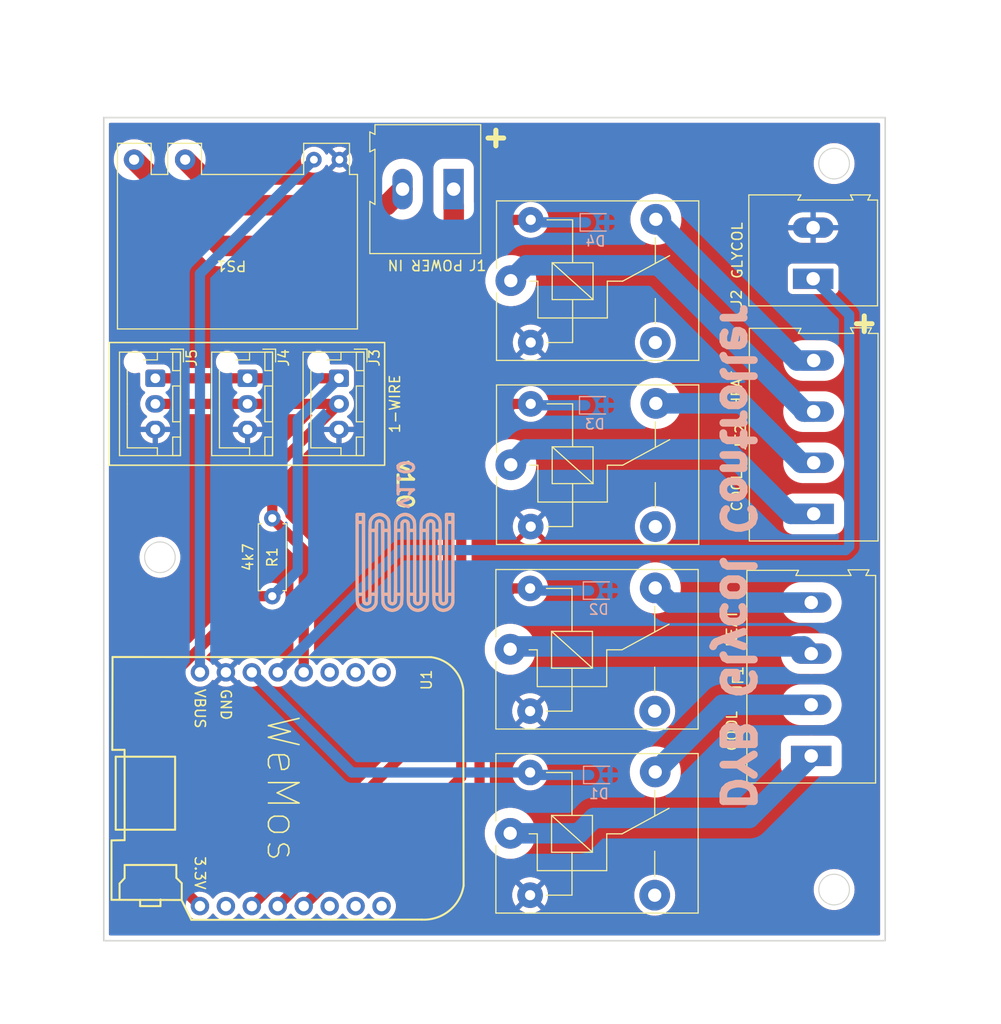
<source format=kicad_pcb>
(kicad_pcb (version 20211014) (generator pcbnew)

  (general
    (thickness 1.6)
  )

  (paper "USLetter")
  (title_block
    (title "DYB Relay Cotnrol Board")
    (date "2023-01-31")
    (rev "1.0")
  )

  (layers
    (0 "F.Cu" signal)
    (31 "B.Cu" signal)
    (32 "B.Adhes" user "B.Adhesive")
    (33 "F.Adhes" user "F.Adhesive")
    (34 "B.Paste" user)
    (35 "F.Paste" user)
    (36 "B.SilkS" user "B.Silkscreen")
    (37 "F.SilkS" user "F.Silkscreen")
    (38 "B.Mask" user)
    (39 "F.Mask" user)
    (40 "Dwgs.User" user "User.Drawings")
    (41 "Cmts.User" user "User.Comments")
    (42 "Eco1.User" user "User.Eco1")
    (43 "Eco2.User" user "User.Eco2")
    (44 "Edge.Cuts" user)
    (45 "Margin" user)
    (46 "B.CrtYd" user "B.Courtyard")
    (47 "F.CrtYd" user "F.Courtyard")
    (48 "B.Fab" user)
    (49 "F.Fab" user)
  )

  (setup
    (stackup
      (layer "F.SilkS" (type "Top Silk Screen"))
      (layer "F.Paste" (type "Top Solder Paste"))
      (layer "F.Mask" (type "Top Solder Mask") (thickness 0.01))
      (layer "F.Cu" (type "copper") (thickness 0.035))
      (layer "dielectric 1" (type "core") (thickness 1.51) (material "FR4") (epsilon_r 4.5) (loss_tangent 0.02))
      (layer "B.Cu" (type "copper") (thickness 0.035))
      (layer "B.Mask" (type "Bottom Solder Mask") (thickness 0.01))
      (layer "B.Paste" (type "Bottom Solder Paste"))
      (layer "B.SilkS" (type "Bottom Silk Screen"))
      (copper_finish "None")
      (dielectric_constraints no)
    )
    (pad_to_mask_clearance 0)
    (pcbplotparams
      (layerselection 0x00010f0_ffffffff)
      (disableapertmacros false)
      (usegerberextensions false)
      (usegerberattributes false)
      (usegerberadvancedattributes false)
      (creategerberjobfile true)
      (svguseinch false)
      (svgprecision 6)
      (excludeedgelayer false)
      (plotframeref false)
      (viasonmask false)
      (mode 1)
      (useauxorigin false)
      (hpglpennumber 1)
      (hpglpenspeed 20)
      (hpglpendiameter 15.000000)
      (dxfpolygonmode true)
      (dxfimperialunits true)
      (dxfusepcbnewfont true)
      (psnegative false)
      (psa4output false)
      (plotreference false)
      (plotvalue true)
      (plotinvisibletext false)
      (sketchpadsonfab false)
      (subtractmaskfromsilk true)
      (outputformat 1)
      (mirror false)
      (drillshape 0)
      (scaleselection 1)
      (outputdirectory "gerber_output/")
    )
  )

  (net 0 "")
  (net 1 "Gnd")
  (net 2 "Compressor_Signal")
  (net 3 "3.3VDC")
  (net 4 "/F1Cin")
  (net 5 "/F1Cout")
  (net 6 "/F1Hin")
  (net 7 "/F1Hout")
  (net 8 "/F2Cin")
  (net 9 "/F2Cout")
  (net 10 "/F2Hout")
  (net 11 "F1_C")
  (net 12 "F1_H")
  (net 13 "F2_C")
  (net 14 "F2_H")
  (net 15 "5VDC")
  (net 16 "OWC_BUS")
  (net 17 "unconnected-(U1-Pad6)")
  (net 18 "unconnected-(U1-Pad7)")
  (net 19 "unconnected-(U1-Pad8)")
  (net 20 "unconnected-(U1-Pad9)")
  (net 21 "unconnected-(U1-Pad10)")
  (net 22 "unconnected-(U1-Pad11)")
  (net 23 "unconnected-(U1-Pad15)")
  (net 24 "/F2Hin")
  (net 25 "unconnected-(F1COOL1-Pad3)")
  (net 26 "unconnected-(F1HEAT1-Pad3)")
  (net 27 "unconnected-(F2COOL1-Pad3)")
  (net 28 "unconnected-(F2HEAT1-Pad3)")
  (net 29 "/NUETRAL")
  (net 30 "/LINE")

  (footprint "Relay_THT:Relay_SPDT_SANYOU_SRD_Series_Form_C" (layer "F.Cu") (at 108.78875 122.5))

  (footprint "Relay_THT:Relay_SPDT_SANYOU_SRD_Series_Form_C" (layer "F.Cu") (at 108.78875 104.5))

  (footprint "Relay_THT:Relay_SPDT_SANYOU_SRD_Series_Form_C" (layer "F.Cu") (at 108.85 86.45))

  (footprint "Relay_THT:Relay_SPDT_SANYOU_SRD_Series_Form_C" (layer "F.Cu") (at 108.85 68.45))

  (footprint "Module:WEMOS_D1_MINI" (layer "F.Cu") (at 86.037747 118.187084 -90))

  (footprint "TerminalBlock:TerminalBlock_Altech_AK300-2_P5.00mm" (layer "F.Cu") (at 138.45 68.265 90))

  (footprint "TerminalBlock:TerminalBlock_Altech_AK300-2_P5.00mm" (layer "F.Cu") (at 103.25 59.5 180))

  (footprint "TerminalBlock:TerminalBlock_Altech_AK300-4_P5.00mm" (layer "F.Cu") (at 138.26 114.93 90))

  (footprint "LOGO" (layer "F.Cu") (at 98.5 96 90))

  (footprint "Connector_JST:JST_XH_B3B-XH-AM_1x03_P2.50mm_Vertical" (layer "F.Cu") (at 74.05 78 -90))

  (footprint "Connector_JST:JST_XH_B3B-XH-AM_1x03_P2.50mm_Vertical" (layer "F.Cu") (at 92.025 78 -90))

  (footprint "Power:Acxico 5V 700mA Board Module Mini AC-DC 120V to 5V Power Supply" (layer "F.Cu") (at 94.471 55.0175 180))

  (footprint "Connector_JST:JST_XH_B3B-XH-AM_1x03_P2.50mm_Vertical" (layer "F.Cu") (at 83.075 78 -90))

  (footprint "TerminalBlock:TerminalBlock_Altech_AK300-4_P5.00mm" (layer "F.Cu") (at 138.5 91.26 90))

  (footprint "Resistor_THT:R_Axial_DIN0207_L6.3mm_D2.5mm_P7.62mm_Horizontal" (layer "F.Cu") (at 85.5 91.69 -90))

  (footprint "Diode_SMD:D_SOD-323F" (layer "B.Cu") (at 117.075 80.64))

  (footprint "Diode_SMD:D_SOD-323F" (layer "B.Cu") (at 117.47375 116.79))

  (footprint "Diode_SMD:D_SOD-323F" (layer "B.Cu") (at 117.14 62.75))

  (footprint "Diode_SMD:D_SOD-323F" (layer "B.Cu") (at 117.45375 98.76))

  (footprint "LOGO" (layer "B.Cu")
    (tedit 0) (tstamp c77434ac-9b9c-41ed-8b3b-27a93da87a8a)
    (at 98.5 96 90)
    (attr board_only exclude_from_pos_files exclude_from_bom)
    (fp_text reference "v1.0" (at 7.62 0 270 unlocked) (layer "B.SilkS")
      (effects (font (size 1.524 1.524) (thickness 0.3)) (justify mirror))
      (tstamp 08e0680d-fff9-4d96-a2b3-f988c6520c9e)
    )
    (fp_text value "" (at 7.62 2.54 90) (layer "B.SilkS") hide
      (effects (font (size 1.524 1.524) (thickness 0.3)) (justify mirror))
      (tstamp 3e2e075c-0cbf-4fee-a96f-8a34c9653c7b)
    )
    (fp_poly (pts
        (xy 4.79758 4.797581)
        (xy 4.814198 4.77994)
        (xy 4.826451 4.761169)
        (xy 4.835005 4.735434)
        (xy 4.840524 4.696897)
        (xy 4.843672 4.639722)
        (xy 4.845116 4.558075)
        (xy 4.845519 4.446117)
        (xy 4.845538 4.376616)
        (xy 4.845407 4.247234)
        (xy 4.844569 4.151092)
        (xy 4.84236 4.082355)
        (xy 4.838114 4.035187)
        (xy 4.831168 4.003752)
        (xy 4.820856 3.982213)
        (xy 4.806513 3.964734)
        (xy 4.79758 3.955651)
        (xy 4.749622 3.907693)
        (xy 0.490269 3.907693)
        (xy -0.028442 3.907634)
        (xy -0.509055 3.907453)
        (xy -0.952552 3.907146)
        (xy -1.359912 3.906708)
        (xy -1.732115 3.906133)
        (xy -2.070141 3.905417)
        (xy -2.374971 3.904555)
        (xy -2.647584 3.90354)
        (xy -2.88896 3.90237)
        (xy -3.10008 3.901037)
        (xy -3.281923 3.899538)
        (xy -3.435468 3.897868)
        (xy -3.561698 3.896021)
        (xy -3.66159 3.893992)
        (xy -3.736126 3.891777)
        (xy -3.786285 3.88937)
        (xy -3.813047 3.886766)
        (xy -3.81753 3.88562)
        (xy -3.869727 3.843309)
        (xy -3.895733 3.783631)
        (xy -3.895546 3.71822)
        (xy -3.869168 3.658709)
        (xy -3.81753 3.61715)
        (xy -3.799789 3.614315)
        (xy -3.758819 3.611699)
        (xy -3.693596 3.609297)
        (xy -3.603092 3.607103)
        (xy -3.486282 3.60511)
        (xy -3.342142 3.603314)
        (xy -3.169644 3.601707)
        (xy -2.967763 3.600284)
        (xy -2.735474 3.59904)
        (xy -2.471751 3.597968)
        (xy -2.175569 3.597062)
        (xy -1.845901 3.596316)
        (xy -1.481722 3.595725)
        (xy -1.082006 3.595282)
        (xy -0.645728 3.594982)
        (xy -0.171862 3.594819)
        (xy 0.05465 3.594788)
        (xy 0.517372 3.594785)
        (xy 0.942681 3.594813)
        (xy 1.332244 3.594821)
        (xy 1.687724 3.594756)
        (xy 2.010786 3.594566)
        (xy 2.303095 3.594199)
        (xy 2.566316 3.593602)
        (xy 2.802113 3.592724)
        (xy 3.012152 3.591513)
        (xy 3.198096 3.589916)
        (xy 3.361612 3.587881)
        (xy 3.504363 3.585356)
        (xy 3.628014 3.582289)
        (xy 3.73423 3.578628)
        (xy 3.824676 3.57432)
        (xy 3.901017 3.569314)
        (xy 3.964917 3.563557)
        (xy 4.018042 3.556997)
        (xy 4.062055 3.549582)
        (xy 4.098622 3.54126)
        (xy 4.129407 3.531978)
        (xy 4.156076 3.521685)
        (xy 4.180292 3.510329)
        (xy 4.203721 3.497856)
        (xy 4.228028 3.484216)
        (xy 4.254877 3.469356)
        (xy 4.267139 3.462828)
        (xy 4.430592 3.355716)
        (xy 4.571489 3.220015)
        (xy 4.686602 3.061099)
        (xy 4.772703 2.884341)
        (xy 4.826564 2.695115)
        (xy 4.844961 2.500923)
        (xy 4.826168 2.30465)
        (xy 4.771943 2.11553)
        (xy 4.685513 1.938935)
        (xy 4.570105 1.78024)
        (xy 4.428949 1.644818)
        (xy 4.267139 1.539018)
        (xy 4.238749 1.523637)
        (xy 4.213591 1.509498)
        (xy 4.19 1.496548)
        (xy 4.166312 1.484735)
        (xy 4.140861 1.474008)
        (xy 4.111984 1.464313)
        (xy 4.078015 1.4556)
        (xy 4.037289 1.447815)
        (xy 3.988141 1.440908)
        (xy 3.928908 1.434824)
        (xy 3.857924 1.429513)
        (xy 3.773524 1.424922)
        (xy 3.674044 1.421)
        (xy 3.557819 1.417693)
        (xy 3.423184 1.414949)
        (xy 3.268474 1.412718)
        (xy 3.092025 1.410946)
        (xy 2.892171 1.409581)
        (xy 2.667249 1.408571)
        (xy 2.415593 1.407865)
        (xy 2.135538 1.407409)
        (xy 1.825421 1.407152)
        (xy 1.483575 1.407041)
        (xy 1.108336 1.407025)
        (xy 0.69804 1.407051)
        (xy 0.251022 1.407067)
        (xy 0.05465 1.407058)
        (xy -0.436521 1.406955)
        (xy -0.889641 1.406717)
        (xy -1.305735 1.40634)
        (xy -1.68583 1.405816)
        (xy -2.030951 1.405141)
        (xy -2.342123 1.404308)
        (xy -2.620372 1.403312)
        (xy -2.866725 1.402146)
        (xy -3.082206 1.400805)
        (xy -3.267842 1.399282)
        (xy -3.424657 1.397572)
        (xy -3.553678 1.395668)
        (xy -3.65593 1.393566)
        (xy -3.732439 1.391258)
        (xy -3.784231 1.38874)
        (xy -3.812331 1.386004)
        (xy -3.81753 1.384697)
        (xy -3.869727 1.342386)
        (xy -3.895733 1.282708)
        (xy -3.895546 1.217297)
        (xy -3.869168 1.157786)
        (xy -3.81753 1.116227)
        (xy -3.799789 1.113392)
        (xy -3.758819 1.110776)
        (xy -3.693596 1.108374)
        (xy -3.603092 1.10618)
        (xy -3.486282 1.104187)
        (xy -3.342142 1.10239)
        (xy -3.169644 1.100784)
        (xy -2.967763 1.099361)
        (xy -2.735474 1.098117)
        (xy -2.471751 1.097045)
        (xy -2.175569 1.096139)
        (xy -1.845901 1.095393)
        (xy -1.481722 1.094802)
        (xy -1.082006 1.094359)
        (xy -0.645728 1.094059)
        (xy -0.171862 1.093896)
        (xy 0.05465 1.093865)
        (xy 0.517372 1.093862)
        (xy 0.942681 1.09389)
        (xy 1.332244 1.093898)
        (xy 1.687724 1.093833)
        (xy 2.010786 1.093643)
        (xy 2.303095 1.093276)
        (xy 2.566316 1.092679)
        (xy 2.802113 1.091801)
        (xy 3.012152 1.09059)
        (xy 3.198096 1.088993)
        (xy 3.361612 1.086958)
        (xy 3.504363 1.084433)
        (xy 3.628014 1.081366)
        (xy 3.73423 1.077705)
        (xy 3.824676 1.073397)
        (xy 3.901017 1.068391)
        (xy 3.964917 1.062634)
        (xy 4.018042 1.056074)
        (xy 4.062055 1.048659)
        (xy 4.098622 1.040337)
        (xy 4.129407 1.031055)
        (xy 4.156076 1.020762)
        (xy 4.180292 1.009406)
        (xy 4.203721 0.996933)
        (xy 4.228028 0.983293)
        (xy 4.254877 0.968432)
        (xy 4.267139 0.961905)
        (xy 4.430592 0.854793)
        (xy 4.571489 0.719092)
        (xy 4.686602 0.560176)
        (xy 4.772703 0.383418)
        (xy 4.826564 0.194192)
        (xy 4.844961 0)
        (xy 4.826168 -0.196273)
        (xy 4.771943 -0.385393)
        (xy 4.685513 -0.561988)
        (xy 4.570105 -0.720683)
        (xy 4.428949 -0.856105)
        (xy 4.267139 -0.961905)
        (xy 4.238749 -0.977286)
        (xy 4.213591 -0.991425)
        (xy 4.19 -1.004375)
        (xy 4.166312 -1.016188)
        (xy 4.140861 -1.026915)
        (xy 4.111984 -1.03661)
        (xy 4.078015 -1.045323)
        (xy 4.037289 -1.053108)
        (xy 3.988141 -1.060015)
        (xy 3.928908 -1.066099)
        (xy 3.857924 -1.07141)
        (xy 3.773524 -1.076001)
        (xy 3.674044 -1.079924)
        (xy 3.557819 -1.08323)
        (xy 3.423184 -1.085974)
        (xy 3.268474 -1.088205)
        (xy 3.092025 -1.089977)
        (xy 2.892171 -1.091342)
        (xy 2.667249 -1.092352)
        (xy 2.415593 -1.093059)
        (xy 2.135538 -1.093514)
        (xy 1.825421 -1.093772)
        (xy 1.483575 -1.093882)
        (xy 1.108336 -1.093898)
        (xy 0.69804 -1.093872)
        (xy 0.251022 -1.093856)
        (xy 0.05465 -1.093865)
        (xy -0.436521 -1.093968)
        (xy -0.889641 -1.094206)
        (xy -1.305735 -1.094583)
        (xy -1.68583 -1.095107)
        (xy -2.030951 -1.095782)
        (xy -2.342123 -1.096615)
        (xy -2.620372 -1.097611)
        (xy -2.866725 -1.098777)
        (xy -3.082206 -1.100118)
        (xy -3.267842 -1.101641)
        (xy -3.424657 -1.103351)
        (xy -3.553678 -1.105255)
        (xy -3.65593 -1.107357)
        (xy -3.732439 -1.109665)
        (xy -3.784231 -1.112183)
        (xy -3.812331 -1.114919)
        (xy -3.81753 -1.116226)
        (xy -3.869727 -1.158537)
        (xy -3.895733 -1.218215)
        (xy -3.895546 -1.283626)
        (xy -3.869168 -1.343137)
        (xy -3.81753 -1.384696)
        (xy -3.799789 -1.387531)
        (xy -3.758819 -1.390147)
        (xy -3.693596 -1.392549)
        (xy -3.603092 -1.394743)
        (xy -3.486282 -1.396736)
        (xy -3.342142 -1.398533)
        (xy -3.169644 -1.400139)
        (xy -2.967763 -1.401562)
        (xy -2.735474 -1.402806)
        (xy -2.471751 -1.403879)
        (xy -2.175569 -1.404784)
        (xy -1.845901 -1.40553)
        (xy -1.481722 -1.406121)
        (xy -1.082006 -1.406564)
        (xy -0.645728 -1.406864)
        (xy -0.171862 -1.407027)
        (xy 0.05465 -1.407058)
        (xy 0.517372 -1.407061)
        (xy 0.942681 -1.407033)
        (xy 1.332244 -1.407025)
        (xy 1.687724 -1.40709)
        (xy 2.010786 -1.40728)
        (xy 2.303095 -1.407648)
        (xy 2.566316 -1.408244)
        (xy 2.802113 -1.409122)
        (xy 3.012152 -1.410333)
        (xy 3.198096 -1.41193)
        (xy 3.361612 -1.413965)
        (xy 3.504363 -1.41649)
        (xy 3.628014 -1.419557)
        (xy 3.73423 -1.423218)
        (xy 3.824676 -1.427526)
        (xy 3.901017 -1.432532)
        (xy 3.964917 -1.438289)
        (xy 4.018042 -1.444849)
        (xy 4.062055 -1.452264)
        (xy 4.098622 -1.460586)
        (xy 4.129407 -1.469868)
        (xy 4.156076 -1.480161)
        (xy 4.180292 -1.491517)
        (xy 4.203721 -1.50399)
        (xy 4.228028 -1.51763)
        (xy 4.254877 -1.532491)
        (xy 4.267139 -1.539018)
        (xy 4.430592 -1.64613)
        (xy 4.571489 -1.781831)
        (xy 4.686602 -1.940747)
        (xy 4.772703 -2.117505)
        (xy 4.826564 -2.306731)
        (xy 4.844961 -2.500923)
        (xy 4.826168 -2.697196)
        (xy 4.771943 -2.886316)
        (xy 4.685513 -3.062911)
        (xy 4.570105 -3.221606)
        (xy 4.428949 -3.357028)
        (xy 4.267139 -3.462828)
        (xy 4.238749 -3.478209)
        (xy 4.213591 -3.492349)
        (xy 4.19 -3.505299)
        (xy 4.166312 -3.517111)
        (xy 4.140861 -3.527839)
        (xy 4.111984 -3.537533)
        (xy 4.078015 -3.546246)
        (xy 4.037289 -3.554031)
        (xy 3.988141 -3.560939)
        (xy 3.928908 -3.567022)
        (xy 3.857924 -3.572333)
        (xy 3.773524 -3.576924)
        (xy 3.674044 -3.580847)
        (xy 3.557819 -3.584154)
        (xy 3.423184 -3.586897)
        (xy 3.268474 -3.589128)
        (xy 3.092025 -3.5909)
        (xy 2.892171 -3.592265)
        (xy 2.667249 -3.593275)
        (xy 2.415593 -3.593982)
        (xy 2.135538 -3.594437)
        (xy 1.825421 -3.594695)
        (xy 1.483575 -3.594805)
        (xy 1.108336 -3.594821)
        (xy 0.69804 -3.594795)
        (xy 0.251022 -3.594779)
        (xy 0.05465 -3.594788)
        (xy -0.436521 -3.594891)
        (xy -0.889641 -3.595129)
        (xy -1.305735 -3.595506)
        (xy -1.68583 -3.59603)
        (xy -2.030951 -3.596705)
        (xy -2.342123 -3.597538)
        (xy -2.620372 -3.598534)
        (xy -2.866725 -3.5997)
        (xy -3.082206 -3.601042)
        (xy -3.267842 -3.602564)
        (xy -3.424657 -3.604274)
        (xy -3.553678 -3.606178)
        (xy -3.65593 -3.60828)
        (xy -3.732439 -3.610588)
        (xy -3.784231 -3.613106)
        (xy -3.812331 -3.615842)
        (xy -3.81753 -3.61715)
        (xy -3.869727 -3.65946)
        (xy -3.895733 -3.719138)
        (xy -3.895546 -3.784549)
        (xy -3.869168 -3.844061)
        (xy -3.81753 -3.885619)
        (xy -3.800242 -3.888306)
        (xy -3.759967 -3.890795)
        (xy -3.695725 -3.89309)
        (xy -3.606534 -3.895196)
        (xy -3.491416 -3.897118)
        (xy -3.34939 -3.898862)
        (xy -3.179476 -3.900432)
        (xy -2.980694 -3.901833)
        (xy -2.752065 -3.90307)
        (xy -2.492608 -3.904149)
        (xy -2.201343 -3.905075)
        (xy -1.877291 -3.905851)
        (xy -1.519471 -3.906484)
        (xy -1.126903 -3.906979)
        (xy -0.698607 -3.90734)
        (xy -0.233603 -3.907573)
        (xy 0.269088 -3.907682)
        (xy 0.490269 -3.907692)
        (xy 4.749622 -3.907692)
        (xy 4.79758 -3.95565)
        (xy 4.814198 -3.973291)
        (xy 4.826451 -3.992061)
        (xy 4.835005 -4.017797)
        (xy 4.840524 -4.056334)
        (xy 4.843672 -4.113508)
        (xy 4.845116 -4.195156)
        (xy 4.845519 -4.307114)
        (xy 4.845538 -4.376615)
        (xy 4.845407 -4.505997)
        (xy 4.844569 -4.602139)
        (xy 4.84236 -4.670875)
        (xy 4.838114 -4.718043)
        (xy 4.831168 -4.749479)
        (xy 4.820856 -4.771018)
        (xy 4.806513 -4.788497)
        (xy 4.79758 -4.79758)
        (xy 4.749622 -4.845538)
        (xy 0.425849 -4.84391)
        (xy -0.068266 -4.843695)
        (xy -0.524772 -4.843429)
        (xy -0.94514 -4.843103)
        (xy -1.330837 -4.842706)
        (xy -1.683333 -4.84223)
        (xy -2.004096 -4.841665)
        (xy -2.294596 -4.841)
        (xy -2.5563 -4.840226)
        (xy -2.790678 -4.839334)
        (xy -2.999199 -4.838314)
        (xy -3.183332 -4.837156)
        (xy -3.344545 -4.83585)
        (xy -3.484307 -4.834386)
        (xy -3.604088 -4.832756)
        (xy -3.705356 -4.830949)
        (xy -3.789579 -4.828955)
        (xy -3.858227 -4.826765)
        (xy -3.912769 -4.82437)
        (xy -3.954673 -4.821758)
        (xy -3.985408 -4.818922)
        (xy -4.006443 -4.81585)
        (xy -4.012322 -4.814589)
        (xy -4.197466 -4.750368)
        (xy -4.366106 -4.653712)
        (xy -4.514802 -4.529012)
        (xy -4.640113 -4.380663)
        (xy -4.7386 -4.213056)
        (xy -4.806821 -4.030585)
        (xy -4.841338 -3.837642)
        (xy -4.843498 -3.786206)
        (xy -4.527334 -3.786206)
        (xy -4.502481 -3.94244)
        (xy -4.446137 -4.093194)
        (xy -4.361147 -4.229714)
        (xy -4.30238 -4.296404)
        (xy -4.213719 -4.375634)
        (xy -4.121998 -4.43594)
        (xy -4.020358 -4.479497)
        (xy -3.901938 -4.508482)
        (xy -3.759878 -4.52507)
        (xy -3.587317 -4.531439)
        (xy -3.560885 -4.531637)
        (xy -3.282462 -4.532923)
        (xy -2.969846 -4.532923)
        (xy 3.751384 -4.532923)
        (xy 4.064 -4.532923)
        (xy 4.532923 -4.532923)
        (xy 4.532923 -4.220307)
        (xy 4.064 -4.220307)
        (xy 4.064 -4.532923)
        (xy 3.751384 -4.532923)
        (xy 3.751384 -4.220307)
        (xy -2.969846 -4.220307)
        (xy -2.969846 -4.532923)
        (xy -3.282462 -4.532923)
        (xy -3.282462 -4.223741)
        (xy -3.590193 -4.21693)
        (xy -3.721007 -4.213101)
        (xy -3.820077 -4.206858)
        (xy -3.894733 -4.196164)
        (xy -3.952307 -4.178984)
        (xy -4.000128 -4.153281)
        (xy -4.045529 -4.117019)
        (xy -4.084413 -4.079658)
        (xy -4.16313 -3.975297)
        (xy -4.20838 -3.857784)
        (xy -4.220189 -3.7341)
        (xy -4.198582 -3.611226)
        (xy -4.143584 -3.496143)
        (xy -4.082036 -3.420733)
        (xy -4.027705 -3.37116)
        (xy -3.973561 -3.334912)
        (xy -3.912161 -3.309983)
        (xy -3.836062 -3.294368)
        (xy -3.737822 -3.28606)
        (xy -3.609997 -3.283052)
        (xy -3.570654 -3.28289)
        (xy -3.282462 -3.282461)
        (xy -2.969846 -3.282461)
        (xy 2.969846 -3.282461)
        (xy 2.969846 -2.969846)
        (xy -2.969846 -2.969846)
        (xy -2.969846 -3.282461)
        (xy -3.282462 -3.282461)
        (xy -3.282462 -2.969846)
        (xy -3.551895 -2.969846)
        (xy -3.733282 -2.974713)
        (xy -3.883349 -2.99072
... [527397 chars truncated]
</source>
